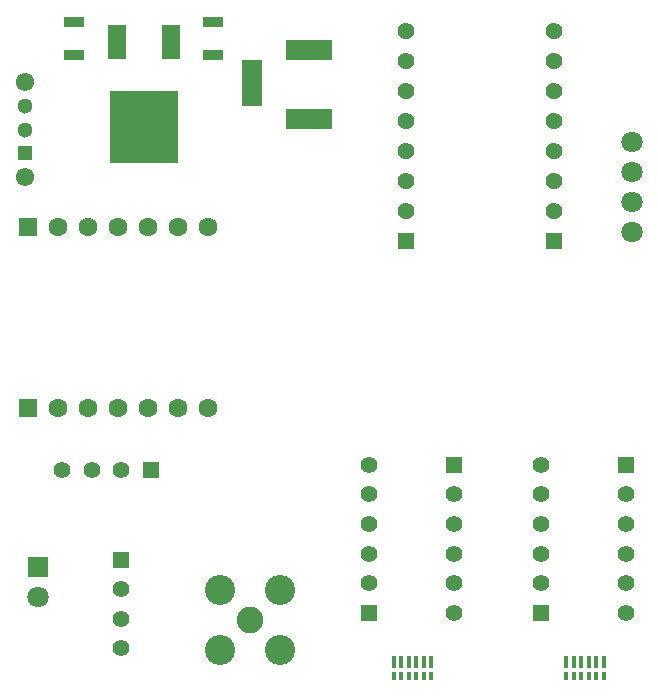
<source format=gbr>
%TF.GenerationSoftware,Altium Limited,Altium Designer,22.7.1 (60)*%
G04 Layer_Color=255*
%FSLAX45Y45*%
%MOMM*%
%TF.SameCoordinates,61DBAAF2-DE87-4E8A-AD11-02536D302051*%
%TF.FilePolarity,Positive*%
%TF.FileFunction,Pads,Top*%
%TF.Part,Single*%
G01*
G75*
%TA.AperFunction,SMDPad,CuDef*%
%ADD11R,1.70000X0.95000*%
%ADD12R,1.60000X3.00000*%
%ADD13R,5.80000X6.20000*%
%ADD14R,0.38100X0.76200*%
%ADD15R,0.38100X1.01600*%
%TA.AperFunction,ComponentPad*%
%ADD22C,1.55000*%
%ADD23C,1.30000*%
%ADD24R,1.30000X1.30000*%
%ADD25R,1.42500X1.42500*%
%ADD26C,1.42500*%
%ADD27C,1.80000*%
%ADD28R,4.00000X1.80000*%
%ADD29R,1.80000X4.00000*%
%ADD30C,1.40000*%
%ADD31R,1.40000X1.40000*%
%ADD32R,1.40000X1.40000*%
%ADD33C,2.25000*%
%ADD34C,2.55000*%
%ADD35C,1.60000*%
%ADD36R,1.60000X1.60000*%
%ADD37R,1.80000X1.80000*%
D11*
X1452359Y6617000D02*
D03*
X1452358Y6337000D02*
D03*
X2635250Y6617000D02*
D03*
Y6337000D02*
D03*
D12*
X1821785Y6445250D02*
D03*
X2278784Y6445249D02*
D03*
D13*
X2050284Y5727250D02*
D03*
D14*
X4162118Y1079500D02*
D03*
X4225617D02*
D03*
X4289118Y1079500D02*
D03*
X4352618Y1079500D02*
D03*
X4416118D02*
D03*
X4479618D02*
D03*
X5622618D02*
D03*
X5686117D02*
D03*
X5749618Y1079500D02*
D03*
X5813118Y1079500D02*
D03*
X5876618D02*
D03*
X5940118D02*
D03*
D15*
X4162118Y1193800D02*
D03*
X4225618D02*
D03*
X4289118Y1193801D02*
D03*
X4352618Y1193800D02*
D03*
X4416117Y1193801D02*
D03*
X4479618Y1193800D02*
D03*
X5622618D02*
D03*
X5686118D02*
D03*
X5749618Y1193801D02*
D03*
X5813118Y1193800D02*
D03*
X5876617Y1193801D02*
D03*
X5940118Y1193800D02*
D03*
D22*
X1039858Y6105500D02*
D03*
X1039858Y5305500D02*
D03*
D23*
X1039857Y5905500D02*
D03*
X1039858Y5705501D02*
D03*
D24*
X1039857Y5505501D02*
D03*
D25*
X5517961Y4762500D02*
D03*
X4265961Y4762499D02*
D03*
D26*
X5517961Y5016500D02*
D03*
Y5270501D02*
D03*
X5517962Y5524499D02*
D03*
X5517960Y5778500D02*
D03*
X5517961Y6032501D02*
D03*
X5517961Y6286499D02*
D03*
X5517962Y6540502D02*
D03*
X4265961Y5016501D02*
D03*
Y5270501D02*
D03*
X4265960Y5524501D02*
D03*
X4265959Y5778500D02*
D03*
X4265961Y6032501D02*
D03*
X4265961Y6286499D02*
D03*
X4265962Y6540500D02*
D03*
D27*
X6178888Y4838061D02*
D03*
X6178888Y5092061D02*
D03*
X6178888Y5346061D02*
D03*
X6178887Y5600060D02*
D03*
X1153107Y1746250D02*
D03*
D28*
X3444785Y5796000D02*
D03*
X3444786Y6376001D02*
D03*
D29*
X2964785Y6096000D02*
D03*
D30*
X1853535Y1313751D02*
D03*
X1853535Y1563751D02*
D03*
X1853535Y1813750D02*
D03*
X1857535Y2825750D02*
D03*
X1607535D02*
D03*
X1357536D02*
D03*
X4671975Y2615485D02*
D03*
Y2365485D02*
D03*
Y2115485D02*
D03*
Y1865485D02*
D03*
Y1615485D02*
D03*
X3949660Y1865485D02*
D03*
X3949660Y2115485D02*
D03*
Y2365485D02*
D03*
Y2615485D02*
D03*
Y2865485D02*
D03*
X5410160Y1865485D02*
D03*
X5410160Y2115485D02*
D03*
Y2365485D02*
D03*
Y2615485D02*
D03*
Y2865485D02*
D03*
X6132475Y2615485D02*
D03*
Y2365485D02*
D03*
Y2115485D02*
D03*
Y1865485D02*
D03*
Y1615485D02*
D03*
D31*
X1853535Y2063750D02*
D03*
X4671975Y2865485D02*
D03*
X3949660Y1615485D02*
D03*
X5410160D02*
D03*
X6132475Y2865485D02*
D03*
D32*
X2107535Y2825750D02*
D03*
D33*
X2942284Y1555750D02*
D03*
D34*
X2688284Y1809750D02*
D03*
Y1301750D02*
D03*
X3196284Y1301749D02*
D03*
X3196285Y1809750D02*
D03*
D35*
X2586800Y3351441D02*
D03*
X2332801Y3351440D02*
D03*
X1824800Y3351441D02*
D03*
X1316800Y3351440D02*
D03*
X1570801Y3351441D02*
D03*
X2078801D02*
D03*
X2586799Y4876268D02*
D03*
X2332800Y4876267D02*
D03*
X1824800Y4876267D02*
D03*
X1316800D02*
D03*
X1570800D02*
D03*
X2078800D02*
D03*
D36*
X1062801Y3351441D02*
D03*
X1062800Y4876267D02*
D03*
D37*
X1153108Y2000250D02*
D03*
%TF.MD5,fbcc4b8de91d283482143c5dc4db023e*%
M02*

</source>
